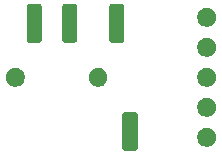
<source format=gbr>
G04 #@! TF.GenerationSoftware,KiCad,Pcbnew,(5.1.5)-3*
G04 #@! TF.CreationDate,2020-12-21T13:18:25+01:00*
G04 #@! TF.ProjectId,epimetheus_paj7620,6570696d-6574-4686-9575-735f70616a37,rev?*
G04 #@! TF.SameCoordinates,Original*
G04 #@! TF.FileFunction,Soldermask,Top*
G04 #@! TF.FilePolarity,Negative*
%FSLAX46Y46*%
G04 Gerber Fmt 4.6, Leading zero omitted, Abs format (unit mm)*
G04 Created by KiCad (PCBNEW (5.1.5)-3) date 2020-12-21 13:18:25*
%MOMM*%
%LPD*%
G04 APERTURE LIST*
%ADD10C,0.100000*%
G04 APERTURE END LIST*
D10*
G36*
X173512192Y-33914646D02*
G01*
X173561414Y-33929578D01*
X173606778Y-33953826D01*
X173646542Y-33986458D01*
X173679174Y-34026222D01*
X173703422Y-34071586D01*
X173718354Y-34120808D01*
X173724000Y-34178140D01*
X173724000Y-36941860D01*
X173718354Y-36999192D01*
X173703422Y-37048414D01*
X173679174Y-37093778D01*
X173646542Y-37133542D01*
X173606778Y-37166174D01*
X173561414Y-37190422D01*
X173512192Y-37205354D01*
X173454860Y-37211000D01*
X172691140Y-37211000D01*
X172633808Y-37205354D01*
X172584586Y-37190422D01*
X172539222Y-37166174D01*
X172499458Y-37133542D01*
X172466826Y-37093778D01*
X172442578Y-37048414D01*
X172427646Y-36999192D01*
X172422000Y-36941860D01*
X172422000Y-34178140D01*
X172427646Y-34120808D01*
X172442578Y-34071586D01*
X172466826Y-34026222D01*
X172499458Y-33986458D01*
X172539222Y-33953826D01*
X172584586Y-33929578D01*
X172633808Y-33914646D01*
X172691140Y-33909000D01*
X173454860Y-33909000D01*
X173512192Y-33914646D01*
G37*
G36*
X179815142Y-35286242D02*
G01*
X179963101Y-35347529D01*
X180096255Y-35436499D01*
X180209501Y-35549745D01*
X180298471Y-35682899D01*
X180359758Y-35830858D01*
X180391000Y-35987925D01*
X180391000Y-36148075D01*
X180359758Y-36305142D01*
X180298471Y-36453101D01*
X180209501Y-36586255D01*
X180096255Y-36699501D01*
X179963101Y-36788471D01*
X179815142Y-36849758D01*
X179658075Y-36881000D01*
X179497925Y-36881000D01*
X179340858Y-36849758D01*
X179192899Y-36788471D01*
X179059745Y-36699501D01*
X178946499Y-36586255D01*
X178857529Y-36453101D01*
X178796242Y-36305142D01*
X178765000Y-36148075D01*
X178765000Y-35987925D01*
X178796242Y-35830858D01*
X178857529Y-35682899D01*
X178946499Y-35549745D01*
X179059745Y-35436499D01*
X179192899Y-35347529D01*
X179340858Y-35286242D01*
X179497925Y-35255000D01*
X179658075Y-35255000D01*
X179815142Y-35286242D01*
G37*
G36*
X179815142Y-32746242D02*
G01*
X179963101Y-32807529D01*
X180096255Y-32896499D01*
X180209501Y-33009745D01*
X180298471Y-33142899D01*
X180359758Y-33290858D01*
X180391000Y-33447925D01*
X180391000Y-33608075D01*
X180359758Y-33765142D01*
X180298471Y-33913101D01*
X180209501Y-34046255D01*
X180096255Y-34159501D01*
X179963101Y-34248471D01*
X179815142Y-34309758D01*
X179658075Y-34341000D01*
X179497925Y-34341000D01*
X179340858Y-34309758D01*
X179192899Y-34248471D01*
X179059745Y-34159501D01*
X178946499Y-34046255D01*
X178857529Y-33913101D01*
X178796242Y-33765142D01*
X178765000Y-33608075D01*
X178765000Y-33447925D01*
X178796242Y-33290858D01*
X178857529Y-33142899D01*
X178946499Y-33009745D01*
X179059745Y-32896499D01*
X179192899Y-32807529D01*
X179340858Y-32746242D01*
X179497925Y-32715000D01*
X179658075Y-32715000D01*
X179815142Y-32746242D01*
G37*
G36*
X179815142Y-30206242D02*
G01*
X179963101Y-30267529D01*
X180096255Y-30356499D01*
X180209501Y-30469745D01*
X180298471Y-30602899D01*
X180359758Y-30750858D01*
X180391000Y-30907925D01*
X180391000Y-31068075D01*
X180359758Y-31225142D01*
X180298471Y-31373101D01*
X180209501Y-31506255D01*
X180096255Y-31619501D01*
X179963101Y-31708471D01*
X179815142Y-31769758D01*
X179658075Y-31801000D01*
X179497925Y-31801000D01*
X179340858Y-31769758D01*
X179192899Y-31708471D01*
X179059745Y-31619501D01*
X178946499Y-31506255D01*
X178857529Y-31373101D01*
X178796242Y-31225142D01*
X178765000Y-31068075D01*
X178765000Y-30907925D01*
X178796242Y-30750858D01*
X178857529Y-30602899D01*
X178946499Y-30469745D01*
X179059745Y-30356499D01*
X179192899Y-30267529D01*
X179340858Y-30206242D01*
X179497925Y-30175000D01*
X179658075Y-30175000D01*
X179815142Y-30206242D01*
G37*
G36*
X170606642Y-30217781D02*
G01*
X170752414Y-30278162D01*
X170752416Y-30278163D01*
X170883608Y-30365822D01*
X170995178Y-30477392D01*
X171079038Y-30602899D01*
X171082838Y-30608586D01*
X171143219Y-30754358D01*
X171174000Y-30909107D01*
X171174000Y-31066893D01*
X171143219Y-31221642D01*
X171082838Y-31367414D01*
X171082837Y-31367416D01*
X170995178Y-31498608D01*
X170883608Y-31610178D01*
X170752416Y-31697837D01*
X170752415Y-31697838D01*
X170752414Y-31697838D01*
X170606642Y-31758219D01*
X170451893Y-31789000D01*
X170294107Y-31789000D01*
X170139358Y-31758219D01*
X169993586Y-31697838D01*
X169993585Y-31697838D01*
X169993584Y-31697837D01*
X169862392Y-31610178D01*
X169750822Y-31498608D01*
X169663163Y-31367416D01*
X169663162Y-31367414D01*
X169602781Y-31221642D01*
X169572000Y-31066893D01*
X169572000Y-30909107D01*
X169602781Y-30754358D01*
X169663162Y-30608586D01*
X169666962Y-30602899D01*
X169750822Y-30477392D01*
X169862392Y-30365822D01*
X169993584Y-30278163D01*
X169993586Y-30278162D01*
X170139358Y-30217781D01*
X170294107Y-30187000D01*
X170451893Y-30187000D01*
X170606642Y-30217781D01*
G37*
G36*
X163606642Y-30217781D02*
G01*
X163752414Y-30278162D01*
X163752416Y-30278163D01*
X163883608Y-30365822D01*
X163995178Y-30477392D01*
X164079038Y-30602899D01*
X164082838Y-30608586D01*
X164143219Y-30754358D01*
X164174000Y-30909107D01*
X164174000Y-31066893D01*
X164143219Y-31221642D01*
X164082838Y-31367414D01*
X164082837Y-31367416D01*
X163995178Y-31498608D01*
X163883608Y-31610178D01*
X163752416Y-31697837D01*
X163752415Y-31697838D01*
X163752414Y-31697838D01*
X163606642Y-31758219D01*
X163451893Y-31789000D01*
X163294107Y-31789000D01*
X163139358Y-31758219D01*
X162993586Y-31697838D01*
X162993585Y-31697838D01*
X162993584Y-31697837D01*
X162862392Y-31610178D01*
X162750822Y-31498608D01*
X162663163Y-31367416D01*
X162663162Y-31367414D01*
X162602781Y-31221642D01*
X162572000Y-31066893D01*
X162572000Y-30909107D01*
X162602781Y-30754358D01*
X162663162Y-30608586D01*
X162666962Y-30602899D01*
X162750822Y-30477392D01*
X162862392Y-30365822D01*
X162993584Y-30278163D01*
X162993586Y-30278162D01*
X163139358Y-30217781D01*
X163294107Y-30187000D01*
X163451893Y-30187000D01*
X163606642Y-30217781D01*
G37*
G36*
X179815142Y-27666242D02*
G01*
X179963101Y-27727529D01*
X180096255Y-27816499D01*
X180209501Y-27929745D01*
X180298471Y-28062899D01*
X180359758Y-28210858D01*
X180391000Y-28367925D01*
X180391000Y-28528075D01*
X180359758Y-28685142D01*
X180298471Y-28833101D01*
X180209501Y-28966255D01*
X180096255Y-29079501D01*
X179963101Y-29168471D01*
X179815142Y-29229758D01*
X179658075Y-29261000D01*
X179497925Y-29261000D01*
X179340858Y-29229758D01*
X179192899Y-29168471D01*
X179059745Y-29079501D01*
X178946499Y-28966255D01*
X178857529Y-28833101D01*
X178796242Y-28685142D01*
X178765000Y-28528075D01*
X178765000Y-28367925D01*
X178796242Y-28210858D01*
X178857529Y-28062899D01*
X178946499Y-27929745D01*
X179059745Y-27816499D01*
X179192899Y-27727529D01*
X179340858Y-27666242D01*
X179497925Y-27635000D01*
X179658075Y-27635000D01*
X179815142Y-27666242D01*
G37*
G36*
X168412192Y-24770646D02*
G01*
X168461414Y-24785578D01*
X168506778Y-24809826D01*
X168546542Y-24842458D01*
X168579174Y-24882222D01*
X168603422Y-24927586D01*
X168618354Y-24976808D01*
X168624000Y-25034140D01*
X168624000Y-27797860D01*
X168618354Y-27855192D01*
X168603422Y-27904414D01*
X168579174Y-27949778D01*
X168546542Y-27989542D01*
X168506778Y-28022174D01*
X168461414Y-28046422D01*
X168412192Y-28061354D01*
X168354860Y-28067000D01*
X167591140Y-28067000D01*
X167533808Y-28061354D01*
X167484586Y-28046422D01*
X167439222Y-28022174D01*
X167399458Y-27989542D01*
X167366826Y-27949778D01*
X167342578Y-27904414D01*
X167327646Y-27855192D01*
X167322000Y-27797860D01*
X167322000Y-25034140D01*
X167327646Y-24976808D01*
X167342578Y-24927586D01*
X167366826Y-24882222D01*
X167399458Y-24842458D01*
X167439222Y-24809826D01*
X167484586Y-24785578D01*
X167533808Y-24770646D01*
X167591140Y-24765000D01*
X168354860Y-24765000D01*
X168412192Y-24770646D01*
G37*
G36*
X165412192Y-24770646D02*
G01*
X165461414Y-24785578D01*
X165506778Y-24809826D01*
X165546542Y-24842458D01*
X165579174Y-24882222D01*
X165603422Y-24927586D01*
X165618354Y-24976808D01*
X165624000Y-25034140D01*
X165624000Y-27797860D01*
X165618354Y-27855192D01*
X165603422Y-27904414D01*
X165579174Y-27949778D01*
X165546542Y-27989542D01*
X165506778Y-28022174D01*
X165461414Y-28046422D01*
X165412192Y-28061354D01*
X165354860Y-28067000D01*
X164591140Y-28067000D01*
X164533808Y-28061354D01*
X164484586Y-28046422D01*
X164439222Y-28022174D01*
X164399458Y-27989542D01*
X164366826Y-27949778D01*
X164342578Y-27904414D01*
X164327646Y-27855192D01*
X164322000Y-27797860D01*
X164322000Y-25034140D01*
X164327646Y-24976808D01*
X164342578Y-24927586D01*
X164366826Y-24882222D01*
X164399458Y-24842458D01*
X164439222Y-24809826D01*
X164484586Y-24785578D01*
X164533808Y-24770646D01*
X164591140Y-24765000D01*
X165354860Y-24765000D01*
X165412192Y-24770646D01*
G37*
G36*
X172397192Y-24770646D02*
G01*
X172446414Y-24785578D01*
X172491778Y-24809826D01*
X172531542Y-24842458D01*
X172564174Y-24882222D01*
X172588422Y-24927586D01*
X172603354Y-24976808D01*
X172609000Y-25034140D01*
X172609000Y-27797860D01*
X172603354Y-27855192D01*
X172588422Y-27904414D01*
X172564174Y-27949778D01*
X172531542Y-27989542D01*
X172491778Y-28022174D01*
X172446414Y-28046422D01*
X172397192Y-28061354D01*
X172339860Y-28067000D01*
X171576140Y-28067000D01*
X171518808Y-28061354D01*
X171469586Y-28046422D01*
X171424222Y-28022174D01*
X171384458Y-27989542D01*
X171351826Y-27949778D01*
X171327578Y-27904414D01*
X171312646Y-27855192D01*
X171307000Y-27797860D01*
X171307000Y-25034140D01*
X171312646Y-24976808D01*
X171327578Y-24927586D01*
X171351826Y-24882222D01*
X171384458Y-24842458D01*
X171424222Y-24809826D01*
X171469586Y-24785578D01*
X171518808Y-24770646D01*
X171576140Y-24765000D01*
X172339860Y-24765000D01*
X172397192Y-24770646D01*
G37*
G36*
X179815142Y-25126242D02*
G01*
X179963101Y-25187529D01*
X180096255Y-25276499D01*
X180209501Y-25389745D01*
X180298471Y-25522899D01*
X180359758Y-25670858D01*
X180391000Y-25827925D01*
X180391000Y-25988075D01*
X180359758Y-26145142D01*
X180298471Y-26293101D01*
X180209501Y-26426255D01*
X180096255Y-26539501D01*
X179963101Y-26628471D01*
X179815142Y-26689758D01*
X179658075Y-26721000D01*
X179497925Y-26721000D01*
X179340858Y-26689758D01*
X179192899Y-26628471D01*
X179059745Y-26539501D01*
X178946499Y-26426255D01*
X178857529Y-26293101D01*
X178796242Y-26145142D01*
X178765000Y-25988075D01*
X178765000Y-25827925D01*
X178796242Y-25670858D01*
X178857529Y-25522899D01*
X178946499Y-25389745D01*
X179059745Y-25276499D01*
X179192899Y-25187529D01*
X179340858Y-25126242D01*
X179497925Y-25095000D01*
X179658075Y-25095000D01*
X179815142Y-25126242D01*
G37*
M02*

</source>
